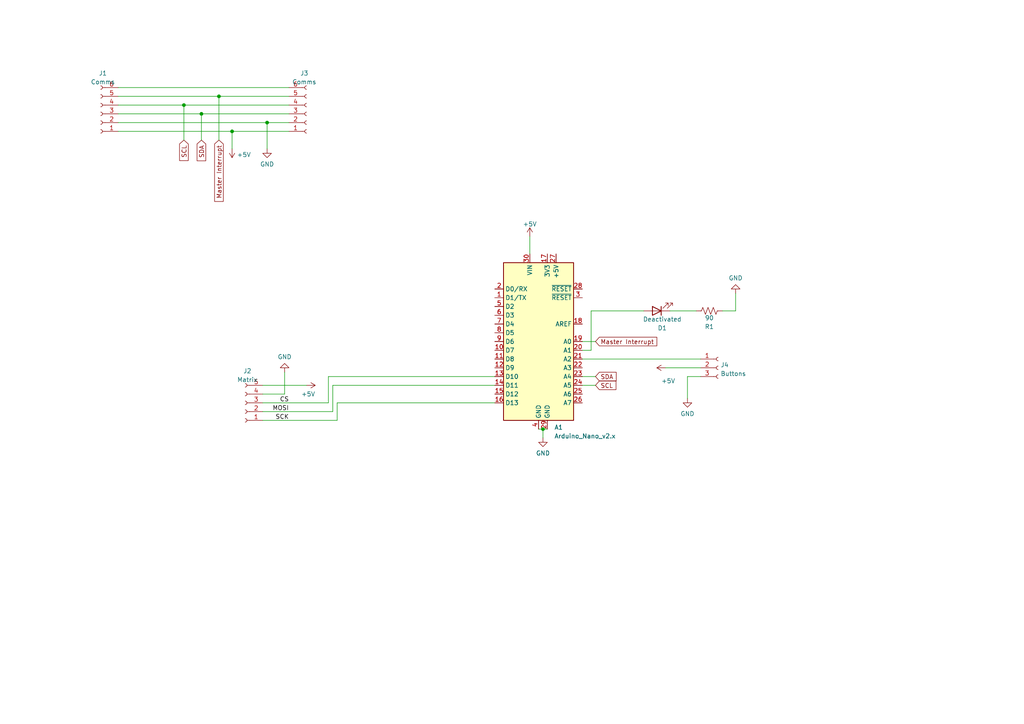
<source format=kicad_sch>
(kicad_sch (version 20211123) (generator eeschema)

  (uuid e63e39d7-6ac0-4ffd-8aa3-1841a4541b55)

  (paper "A4")

  (lib_symbols
    (symbol "Connector:Conn_01x03_Female" (pin_names (offset 1.016) hide) (in_bom yes) (on_board yes)
      (property "Reference" "J" (id 0) (at 0 5.08 0)
        (effects (font (size 1.27 1.27)))
      )
      (property "Value" "Conn_01x03_Female" (id 1) (at 0 -5.08 0)
        (effects (font (size 1.27 1.27)))
      )
      (property "Footprint" "" (id 2) (at 0 0 0)
        (effects (font (size 1.27 1.27)) hide)
      )
      (property "Datasheet" "~" (id 3) (at 0 0 0)
        (effects (font (size 1.27 1.27)) hide)
      )
      (property "ki_keywords" "connector" (id 4) (at 0 0 0)
        (effects (font (size 1.27 1.27)) hide)
      )
      (property "ki_description" "Generic connector, single row, 01x03, script generated (kicad-library-utils/schlib/autogen/connector/)" (id 5) (at 0 0 0)
        (effects (font (size 1.27 1.27)) hide)
      )
      (property "ki_fp_filters" "Connector*:*_1x??_*" (id 6) (at 0 0 0)
        (effects (font (size 1.27 1.27)) hide)
      )
      (symbol "Conn_01x03_Female_1_1"
        (arc (start 0 -2.032) (mid -0.508 -2.54) (end 0 -3.048)
          (stroke (width 0.1524) (type default) (color 0 0 0 0))
          (fill (type none))
        )
        (polyline
          (pts
            (xy -1.27 -2.54)
            (xy -0.508 -2.54)
          )
          (stroke (width 0.1524) (type default) (color 0 0 0 0))
          (fill (type none))
        )
        (polyline
          (pts
            (xy -1.27 0)
            (xy -0.508 0)
          )
          (stroke (width 0.1524) (type default) (color 0 0 0 0))
          (fill (type none))
        )
        (polyline
          (pts
            (xy -1.27 2.54)
            (xy -0.508 2.54)
          )
          (stroke (width 0.1524) (type default) (color 0 0 0 0))
          (fill (type none))
        )
        (arc (start 0 0.508) (mid -0.508 0) (end 0 -0.508)
          (stroke (width 0.1524) (type default) (color 0 0 0 0))
          (fill (type none))
        )
        (arc (start 0 3.048) (mid -0.508 2.54) (end 0 2.032)
          (stroke (width 0.1524) (type default) (color 0 0 0 0))
          (fill (type none))
        )
        (pin passive line (at -5.08 2.54 0) (length 3.81)
          (name "Pin_1" (effects (font (size 1.27 1.27))))
          (number "1" (effects (font (size 1.27 1.27))))
        )
        (pin passive line (at -5.08 0 0) (length 3.81)
          (name "Pin_2" (effects (font (size 1.27 1.27))))
          (number "2" (effects (font (size 1.27 1.27))))
        )
        (pin passive line (at -5.08 -2.54 0) (length 3.81)
          (name "Pin_3" (effects (font (size 1.27 1.27))))
          (number "3" (effects (font (size 1.27 1.27))))
        )
      )
    )
    (symbol "Connector:Conn_01x05_Female" (pin_names (offset 1.016) hide) (in_bom yes) (on_board yes)
      (property "Reference" "J" (id 0) (at 0 7.62 0)
        (effects (font (size 1.27 1.27)))
      )
      (property "Value" "Conn_01x05_Female" (id 1) (at 0 -7.62 0)
        (effects (font (size 1.27 1.27)))
      )
      (property "Footprint" "" (id 2) (at 0 0 0)
        (effects (font (size 1.27 1.27)) hide)
      )
      (property "Datasheet" "~" (id 3) (at 0 0 0)
        (effects (font (size 1.27 1.27)) hide)
      )
      (property "ki_keywords" "connector" (id 4) (at 0 0 0)
        (effects (font (size 1.27 1.27)) hide)
      )
      (property "ki_description" "Generic connector, single row, 01x05, script generated (kicad-library-utils/schlib/autogen/connector/)" (id 5) (at 0 0 0)
        (effects (font (size 1.27 1.27)) hide)
      )
      (property "ki_fp_filters" "Connector*:*_1x??_*" (id 6) (at 0 0 0)
        (effects (font (size 1.27 1.27)) hide)
      )
      (symbol "Conn_01x05_Female_1_1"
        (arc (start 0 -4.572) (mid -0.508 -5.08) (end 0 -5.588)
          (stroke (width 0.1524) (type default) (color 0 0 0 0))
          (fill (type none))
        )
        (arc (start 0 -2.032) (mid -0.508 -2.54) (end 0 -3.048)
          (stroke (width 0.1524) (type default) (color 0 0 0 0))
          (fill (type none))
        )
        (polyline
          (pts
            (xy -1.27 -5.08)
            (xy -0.508 -5.08)
          )
          (stroke (width 0.1524) (type default) (color 0 0 0 0))
          (fill (type none))
        )
        (polyline
          (pts
            (xy -1.27 -2.54)
            (xy -0.508 -2.54)
          )
          (stroke (width 0.1524) (type default) (color 0 0 0 0))
          (fill (type none))
        )
        (polyline
          (pts
            (xy -1.27 0)
            (xy -0.508 0)
          )
          (stroke (width 0.1524) (type default) (color 0 0 0 0))
          (fill (type none))
        )
        (polyline
          (pts
            (xy -1.27 2.54)
            (xy -0.508 2.54)
          )
          (stroke (width 0.1524) (type default) (color 0 0 0 0))
          (fill (type none))
        )
        (polyline
          (pts
            (xy -1.27 5.08)
            (xy -0.508 5.08)
          )
          (stroke (width 0.1524) (type default) (color 0 0 0 0))
          (fill (type none))
        )
        (arc (start 0 0.508) (mid -0.508 0) (end 0 -0.508)
          (stroke (width 0.1524) (type default) (color 0 0 0 0))
          (fill (type none))
        )
        (arc (start 0 3.048) (mid -0.508 2.54) (end 0 2.032)
          (stroke (width 0.1524) (type default) (color 0 0 0 0))
          (fill (type none))
        )
        (arc (start 0 5.588) (mid -0.508 5.08) (end 0 4.572)
          (stroke (width 0.1524) (type default) (color 0 0 0 0))
          (fill (type none))
        )
        (pin passive line (at -5.08 5.08 0) (length 3.81)
          (name "Pin_1" (effects (font (size 1.27 1.27))))
          (number "1" (effects (font (size 1.27 1.27))))
        )
        (pin passive line (at -5.08 2.54 0) (length 3.81)
          (name "Pin_2" (effects (font (size 1.27 1.27))))
          (number "2" (effects (font (size 1.27 1.27))))
        )
        (pin passive line (at -5.08 0 0) (length 3.81)
          (name "Pin_3" (effects (font (size 1.27 1.27))))
          (number "3" (effects (font (size 1.27 1.27))))
        )
        (pin passive line (at -5.08 -2.54 0) (length 3.81)
          (name "Pin_4" (effects (font (size 1.27 1.27))))
          (number "4" (effects (font (size 1.27 1.27))))
        )
        (pin passive line (at -5.08 -5.08 0) (length 3.81)
          (name "Pin_5" (effects (font (size 1.27 1.27))))
          (number "5" (effects (font (size 1.27 1.27))))
        )
      )
    )
    (symbol "Connector:Conn_01x06_Female" (pin_names (offset 1.016) hide) (in_bom yes) (on_board yes)
      (property "Reference" "J" (id 0) (at 0 7.62 0)
        (effects (font (size 1.27 1.27)))
      )
      (property "Value" "Conn_01x06_Female" (id 1) (at 0 -10.16 0)
        (effects (font (size 1.27 1.27)))
      )
      (property "Footprint" "" (id 2) (at 0 0 0)
        (effects (font (size 1.27 1.27)) hide)
      )
      (property "Datasheet" "~" (id 3) (at 0 0 0)
        (effects (font (size 1.27 1.27)) hide)
      )
      (property "ki_keywords" "connector" (id 4) (at 0 0 0)
        (effects (font (size 1.27 1.27)) hide)
      )
      (property "ki_description" "Generic connector, single row, 01x06, script generated (kicad-library-utils/schlib/autogen/connector/)" (id 5) (at 0 0 0)
        (effects (font (size 1.27 1.27)) hide)
      )
      (property "ki_fp_filters" "Connector*:*_1x??_*" (id 6) (at 0 0 0)
        (effects (font (size 1.27 1.27)) hide)
      )
      (symbol "Conn_01x06_Female_1_1"
        (arc (start 0 -7.112) (mid -0.508 -7.62) (end 0 -8.128)
          (stroke (width 0.1524) (type default) (color 0 0 0 0))
          (fill (type none))
        )
        (arc (start 0 -4.572) (mid -0.508 -5.08) (end 0 -5.588)
          (stroke (width 0.1524) (type default) (color 0 0 0 0))
          (fill (type none))
        )
        (arc (start 0 -2.032) (mid -0.508 -2.54) (end 0 -3.048)
          (stroke (width 0.1524) (type default) (color 0 0 0 0))
          (fill (type none))
        )
        (polyline
          (pts
            (xy -1.27 -7.62)
            (xy -0.508 -7.62)
          )
          (stroke (width 0.1524) (type default) (color 0 0 0 0))
          (fill (type none))
        )
        (polyline
          (pts
            (xy -1.27 -5.08)
            (xy -0.508 -5.08)
          )
          (stroke (width 0.1524) (type default) (color 0 0 0 0))
          (fill (type none))
        )
        (polyline
          (pts
            (xy -1.27 -2.54)
            (xy -0.508 -2.54)
          )
          (stroke (width 0.1524) (type default) (color 0 0 0 0))
          (fill (type none))
        )
        (polyline
          (pts
            (xy -1.27 0)
            (xy -0.508 0)
          )
          (stroke (width 0.1524) (type default) (color 0 0 0 0))
          (fill (type none))
        )
        (polyline
          (pts
            (xy -1.27 2.54)
            (xy -0.508 2.54)
          )
          (stroke (width 0.1524) (type default) (color 0 0 0 0))
          (fill (type none))
        )
        (polyline
          (pts
            (xy -1.27 5.08)
            (xy -0.508 5.08)
          )
          (stroke (width 0.1524) (type default) (color 0 0 0 0))
          (fill (type none))
        )
        (arc (start 0 0.508) (mid -0.508 0) (end 0 -0.508)
          (stroke (width 0.1524) (type default) (color 0 0 0 0))
          (fill (type none))
        )
        (arc (start 0 3.048) (mid -0.508 2.54) (end 0 2.032)
          (stroke (width 0.1524) (type default) (color 0 0 0 0))
          (fill (type none))
        )
        (arc (start 0 5.588) (mid -0.508 5.08) (end 0 4.572)
          (stroke (width 0.1524) (type default) (color 0 0 0 0))
          (fill (type none))
        )
        (pin passive line (at -5.08 5.08 0) (length 3.81)
          (name "Pin_1" (effects (font (size 1.27 1.27))))
          (number "1" (effects (font (size 1.27 1.27))))
        )
        (pin passive line (at -5.08 2.54 0) (length 3.81)
          (name "Pin_2" (effects (font (size 1.27 1.27))))
          (number "2" (effects (font (size 1.27 1.27))))
        )
        (pin passive line (at -5.08 0 0) (length 3.81)
          (name "Pin_3" (effects (font (size 1.27 1.27))))
          (number "3" (effects (font (size 1.27 1.27))))
        )
        (pin passive line (at -5.08 -2.54 0) (length 3.81)
          (name "Pin_4" (effects (font (size 1.27 1.27))))
          (number "4" (effects (font (size 1.27 1.27))))
        )
        (pin passive line (at -5.08 -5.08 0) (length 3.81)
          (name "Pin_5" (effects (font (size 1.27 1.27))))
          (number "5" (effects (font (size 1.27 1.27))))
        )
        (pin passive line (at -5.08 -7.62 0) (length 3.81)
          (name "Pin_6" (effects (font (size 1.27 1.27))))
          (number "6" (effects (font (size 1.27 1.27))))
        )
      )
    )
    (symbol "Device:LED" (pin_numbers hide) (pin_names (offset 1.016) hide) (in_bom yes) (on_board yes)
      (property "Reference" "D" (id 0) (at 0 2.54 0)
        (effects (font (size 1.27 1.27)))
      )
      (property "Value" "LED" (id 1) (at 0 -2.54 0)
        (effects (font (size 1.27 1.27)))
      )
      (property "Footprint" "" (id 2) (at 0 0 0)
        (effects (font (size 1.27 1.27)) hide)
      )
      (property "Datasheet" "~" (id 3) (at 0 0 0)
        (effects (font (size 1.27 1.27)) hide)
      )
      (property "ki_keywords" "LED diode" (id 4) (at 0 0 0)
        (effects (font (size 1.27 1.27)) hide)
      )
      (property "ki_description" "Light emitting diode" (id 5) (at 0 0 0)
        (effects (font (size 1.27 1.27)) hide)
      )
      (property "ki_fp_filters" "LED* LED_SMD:* LED_THT:*" (id 6) (at 0 0 0)
        (effects (font (size 1.27 1.27)) hide)
      )
      (symbol "LED_0_1"
        (polyline
          (pts
            (xy -1.27 -1.27)
            (xy -1.27 1.27)
          )
          (stroke (width 0.254) (type default) (color 0 0 0 0))
          (fill (type none))
        )
        (polyline
          (pts
            (xy -1.27 0)
            (xy 1.27 0)
          )
          (stroke (width 0) (type default) (color 0 0 0 0))
          (fill (type none))
        )
        (polyline
          (pts
            (xy 1.27 -1.27)
            (xy 1.27 1.27)
            (xy -1.27 0)
            (xy 1.27 -1.27)
          )
          (stroke (width 0.254) (type default) (color 0 0 0 0))
          (fill (type none))
        )
        (polyline
          (pts
            (xy -3.048 -0.762)
            (xy -4.572 -2.286)
            (xy -3.81 -2.286)
            (xy -4.572 -2.286)
            (xy -4.572 -1.524)
          )
          (stroke (width 0) (type default) (color 0 0 0 0))
          (fill (type none))
        )
        (polyline
          (pts
            (xy -1.778 -0.762)
            (xy -3.302 -2.286)
            (xy -2.54 -2.286)
            (xy -3.302 -2.286)
            (xy -3.302 -1.524)
          )
          (stroke (width 0) (type default) (color 0 0 0 0))
          (fill (type none))
        )
      )
      (symbol "LED_1_1"
        (pin passive line (at -3.81 0 0) (length 2.54)
          (name "K" (effects (font (size 1.27 1.27))))
          (number "1" (effects (font (size 1.27 1.27))))
        )
        (pin passive line (at 3.81 0 180) (length 2.54)
          (name "A" (effects (font (size 1.27 1.27))))
          (number "2" (effects (font (size 1.27 1.27))))
        )
      )
    )
    (symbol "Device:R_US" (pin_numbers hide) (pin_names (offset 0)) (in_bom yes) (on_board yes)
      (property "Reference" "R" (id 0) (at 2.54 0 90)
        (effects (font (size 1.27 1.27)))
      )
      (property "Value" "R_US" (id 1) (at -2.54 0 90)
        (effects (font (size 1.27 1.27)))
      )
      (property "Footprint" "" (id 2) (at 1.016 -0.254 90)
        (effects (font (size 1.27 1.27)) hide)
      )
      (property "Datasheet" "~" (id 3) (at 0 0 0)
        (effects (font (size 1.27 1.27)) hide)
      )
      (property "ki_keywords" "R res resistor" (id 4) (at 0 0 0)
        (effects (font (size 1.27 1.27)) hide)
      )
      (property "ki_description" "Resistor, US symbol" (id 5) (at 0 0 0)
        (effects (font (size 1.27 1.27)) hide)
      )
      (property "ki_fp_filters" "R_*" (id 6) (at 0 0 0)
        (effects (font (size 1.27 1.27)) hide)
      )
      (symbol "R_US_0_1"
        (polyline
          (pts
            (xy 0 -2.286)
            (xy 0 -2.54)
          )
          (stroke (width 0) (type default) (color 0 0 0 0))
          (fill (type none))
        )
        (polyline
          (pts
            (xy 0 2.286)
            (xy 0 2.54)
          )
          (stroke (width 0) (type default) (color 0 0 0 0))
          (fill (type none))
        )
        (polyline
          (pts
            (xy 0 -0.762)
            (xy 1.016 -1.143)
            (xy 0 -1.524)
            (xy -1.016 -1.905)
            (xy 0 -2.286)
          )
          (stroke (width 0) (type default) (color 0 0 0 0))
          (fill (type none))
        )
        (polyline
          (pts
            (xy 0 0.762)
            (xy 1.016 0.381)
            (xy 0 0)
            (xy -1.016 -0.381)
            (xy 0 -0.762)
          )
          (stroke (width 0) (type default) (color 0 0 0 0))
          (fill (type none))
        )
        (polyline
          (pts
            (xy 0 2.286)
            (xy 1.016 1.905)
            (xy 0 1.524)
            (xy -1.016 1.143)
            (xy 0 0.762)
          )
          (stroke (width 0) (type default) (color 0 0 0 0))
          (fill (type none))
        )
      )
      (symbol "R_US_1_1"
        (pin passive line (at 0 3.81 270) (length 1.27)
          (name "~" (effects (font (size 1.27 1.27))))
          (number "1" (effects (font (size 1.27 1.27))))
        )
        (pin passive line (at 0 -3.81 90) (length 1.27)
          (name "~" (effects (font (size 1.27 1.27))))
          (number "2" (effects (font (size 1.27 1.27))))
        )
      )
    )
    (symbol "MCU_Module:Arduino_Nano_v2.x" (in_bom yes) (on_board yes)
      (property "Reference" "A" (id 0) (at -10.16 23.495 0)
        (effects (font (size 1.27 1.27)) (justify left bottom))
      )
      (property "Value" "Arduino_Nano_v2.x" (id 1) (at 5.08 -24.13 0)
        (effects (font (size 1.27 1.27)) (justify left top))
      )
      (property "Footprint" "Module:Arduino_Nano" (id 2) (at 0 0 0)
        (effects (font (size 1.27 1.27) italic) hide)
      )
      (property "Datasheet" "https://www.arduino.cc/en/uploads/Main/ArduinoNanoManual23.pdf" (id 3) (at 0 0 0)
        (effects (font (size 1.27 1.27)) hide)
      )
      (property "ki_keywords" "Arduino nano microcontroller module USB" (id 4) (at 0 0 0)
        (effects (font (size 1.27 1.27)) hide)
      )
      (property "ki_description" "Arduino Nano v2.x" (id 5) (at 0 0 0)
        (effects (font (size 1.27 1.27)) hide)
      )
      (property "ki_fp_filters" "Arduino*Nano*" (id 6) (at 0 0 0)
        (effects (font (size 1.27 1.27)) hide)
      )
      (symbol "Arduino_Nano_v2.x_0_1"
        (rectangle (start -10.16 22.86) (end 10.16 -22.86)
          (stroke (width 0.254) (type default) (color 0 0 0 0))
          (fill (type background))
        )
      )
      (symbol "Arduino_Nano_v2.x_1_1"
        (pin bidirectional line (at -12.7 12.7 0) (length 2.54)
          (name "D1/TX" (effects (font (size 1.27 1.27))))
          (number "1" (effects (font (size 1.27 1.27))))
        )
        (pin bidirectional line (at -12.7 -2.54 0) (length 2.54)
          (name "D7" (effects (font (size 1.27 1.27))))
          (number "10" (effects (font (size 1.27 1.27))))
        )
        (pin bidirectional line (at -12.7 -5.08 0) (length 2.54)
          (name "D8" (effects (font (size 1.27 1.27))))
          (number "11" (effects (font (size 1.27 1.27))))
        )
        (pin bidirectional line (at -12.7 -7.62 0) (length 2.54)
          (name "D9" (effects (font (size 1.27 1.27))))
          (number "12" (effects (font (size 1.27 1.27))))
        )
        (pin bidirectional line (at -12.7 -10.16 0) (length 2.54)
          (name "D10" (effects (font (size 1.27 1.27))))
          (number "13" (effects (font (size 1.27 1.27))))
        )
        (pin bidirectional line (at -12.7 -12.7 0) (length 2.54)
          (name "D11" (effects (font (size 1.27 1.27))))
          (number "14" (effects (font (size 1.27 1.27))))
        )
        (pin bidirectional line (at -12.7 -15.24 0) (length 2.54)
          (name "D12" (effects (font (size 1.27 1.27))))
          (number "15" (effects (font (size 1.27 1.27))))
        )
        (pin bidirectional line (at -12.7 -17.78 0) (length 2.54)
          (name "D13" (effects (font (size 1.27 1.27))))
          (number "16" (effects (font (size 1.27 1.27))))
        )
        (pin power_out line (at 2.54 25.4 270) (length 2.54)
          (name "3V3" (effects (font (size 1.27 1.27))))
          (number "17" (effects (font (size 1.27 1.27))))
        )
        (pin input line (at 12.7 5.08 180) (length 2.54)
          (name "AREF" (effects (font (size 1.27 1.27))))
          (number "18" (effects (font (size 1.27 1.27))))
        )
        (pin bidirectional line (at 12.7 0 180) (length 2.54)
          (name "A0" (effects (font (size 1.27 1.27))))
          (number "19" (effects (font (size 1.27 1.27))))
        )
        (pin bidirectional line (at -12.7 15.24 0) (length 2.54)
          (name "D0/RX" (effects (font (size 1.27 1.27))))
          (number "2" (effects (font (size 1.27 1.27))))
        )
        (pin bidirectional line (at 12.7 -2.54 180) (length 2.54)
          (name "A1" (effects (font (size 1.27 1.27))))
          (number "20" (effects (font (size 1.27 1.27))))
        )
        (pin bidirectional line (at 12.7 -5.08 180) (length 2.54)
          (name "A2" (effects (font (size 1.27 1.27))))
          (number "21" (effects (font (size 1.27 1.27))))
        )
        (pin bidirectional line (at 12.7 -7.62 180) (length 2.54)
          (name "A3" (effects (font (size 1.27 1.27))))
          (number "22" (effects (font (size 1.27 1.27))))
        )
        (pin bidirectional line (at 12.7 -10.16 180) (length 2.54)
          (name "A4" (effects (font (size 1.27 1.27))))
          (number "23" (effects (font (size 1.27 1.27))))
        )
        (pin bidirectional line (at 12.7 -12.7 180) (length 2.54)
          (name "A5" (effects (font (size 1.27 1.27))))
          (number "24" (effects (font (size 1.27 1.27))))
        )
        (pin bidirectional line (at 12.7 -15.24 180) (length 2.54)
          (name "A6" (effects (font (size 1.27 1.27))))
          (number "25" (effects (font (size 1.27 1.27))))
        )
        (pin bidirectional line (at 12.7 -17.78 180) (length 2.54)
          (name "A7" (effects (font (size 1.27 1.27))))
          (number "26" (effects (font (size 1.27 1.27))))
        )
        (pin power_out line (at 5.08 25.4 270) (length 2.54)
          (name "+5V" (effects (font (size 1.27 1.27))))
          (number "27" (effects (font (size 1.27 1.27))))
        )
        (pin input line (at 12.7 15.24 180) (length 2.54)
          (name "~{RESET}" (effects (font (size 1.27 1.27))))
          (number "28" (effects (font (size 1.27 1.27))))
        )
        (pin power_in line (at 2.54 -25.4 90) (length 2.54)
          (name "GND" (effects (font (size 1.27 1.27))))
          (number "29" (effects (font (size 1.27 1.27))))
        )
        (pin input line (at 12.7 12.7 180) (length 2.54)
          (name "~{RESET}" (effects (font (size 1.27 1.27))))
          (number "3" (effects (font (size 1.27 1.27))))
        )
        (pin power_in line (at -2.54 25.4 270) (length 2.54)
          (name "VIN" (effects (font (size 1.27 1.27))))
          (number "30" (effects (font (size 1.27 1.27))))
        )
        (pin power_in line (at 0 -25.4 90) (length 2.54)
          (name "GND" (effects (font (size 1.27 1.27))))
          (number "4" (effects (font (size 1.27 1.27))))
        )
        (pin bidirectional line (at -12.7 10.16 0) (length 2.54)
          (name "D2" (effects (font (size 1.27 1.27))))
          (number "5" (effects (font (size 1.27 1.27))))
        )
        (pin bidirectional line (at -12.7 7.62 0) (length 2.54)
          (name "D3" (effects (font (size 1.27 1.27))))
          (number "6" (effects (font (size 1.27 1.27))))
        )
        (pin bidirectional line (at -12.7 5.08 0) (length 2.54)
          (name "D4" (effects (font (size 1.27 1.27))))
          (number "7" (effects (font (size 1.27 1.27))))
        )
        (pin bidirectional line (at -12.7 2.54 0) (length 2.54)
          (name "D5" (effects (font (size 1.27 1.27))))
          (number "8" (effects (font (size 1.27 1.27))))
        )
        (pin bidirectional line (at -12.7 0 0) (length 2.54)
          (name "D6" (effects (font (size 1.27 1.27))))
          (number "9" (effects (font (size 1.27 1.27))))
        )
      )
    )
    (symbol "power:+5V" (power) (pin_names (offset 0)) (in_bom yes) (on_board yes)
      (property "Reference" "#PWR" (id 0) (at 0 -3.81 0)
        (effects (font (size 1.27 1.27)) hide)
      )
      (property "Value" "+5V" (id 1) (at 0 3.556 0)
        (effects (font (size 1.27 1.27)))
      )
      (property "Footprint" "" (id 2) (at 0 0 0)
        (effects (font (size 1.27 1.27)) hide)
      )
      (property "Datasheet" "" (id 3) (at 0 0 0)
        (effects (font (size 1.27 1.27)) hide)
      )
      (property "ki_keywords" "power-flag" (id 4) (at 0 0 0)
        (effects (font (size 1.27 1.27)) hide)
      )
      (property "ki_description" "Power symbol creates a global label with name \"+5V\"" (id 5) (at 0 0 0)
        (effects (font (size 1.27 1.27)) hide)
      )
      (symbol "+5V_0_1"
        (polyline
          (pts
            (xy -0.762 1.27)
            (xy 0 2.54)
          )
          (stroke (width 0) (type default) (color 0 0 0 0))
          (fill (type none))
        )
        (polyline
          (pts
            (xy 0 0)
            (xy 0 2.54)
          )
          (stroke (width 0) (type default) (color 0 0 0 0))
          (fill (type none))
        )
        (polyline
          (pts
            (xy 0 2.54)
            (xy 0.762 1.27)
          )
          (stroke (width 0) (type default) (color 0 0 0 0))
          (fill (type none))
        )
      )
      (symbol "+5V_1_1"
        (pin power_in line (at 0 0 90) (length 0) hide
          (name "+5V" (effects (font (size 1.27 1.27))))
          (number "1" (effects (font (size 1.27 1.27))))
        )
      )
    )
    (symbol "power:GND" (power) (pin_names (offset 0)) (in_bom yes) (on_board yes)
      (property "Reference" "#PWR" (id 0) (at 0 -6.35 0)
        (effects (font (size 1.27 1.27)) hide)
      )
      (property "Value" "GND" (id 1) (at 0 -3.81 0)
        (effects (font (size 1.27 1.27)))
      )
      (property "Footprint" "" (id 2) (at 0 0 0)
        (effects (font (size 1.27 1.27)) hide)
      )
      (property "Datasheet" "" (id 3) (at 0 0 0)
        (effects (font (size 1.27 1.27)) hide)
      )
      (property "ki_keywords" "power-flag" (id 4) (at 0 0 0)
        (effects (font (size 1.27 1.27)) hide)
      )
      (property "ki_description" "Power symbol creates a global label with name \"GND\" , ground" (id 5) (at 0 0 0)
        (effects (font (size 1.27 1.27)) hide)
      )
      (symbol "GND_0_1"
        (polyline
          (pts
            (xy 0 0)
            (xy 0 -1.27)
            (xy 1.27 -1.27)
            (xy 0 -2.54)
            (xy -1.27 -1.27)
            (xy 0 -1.27)
          )
          (stroke (width 0) (type default) (color 0 0 0 0))
          (fill (type none))
        )
      )
      (symbol "GND_1_1"
        (pin power_in line (at 0 0 270) (length 0) hide
          (name "GND" (effects (font (size 1.27 1.27))))
          (number "1" (effects (font (size 1.27 1.27))))
        )
      )
    )
  )

  (junction (at 63.5 27.94) (diameter 0) (color 0 0 0 0)
    (uuid 0d32fbdb-2a37-4863-af10-fc85c1c6174f)
  )
  (junction (at 77.47 35.56) (diameter 0) (color 0 0 0 0)
    (uuid 42b7a68a-3837-4773-af68-a35059da48c3)
  )
  (junction (at 67.31 38.1) (diameter 0) (color 0 0 0 0)
    (uuid 7f7833f4-976f-4a80-99c4-69f2976ed565)
  )
  (junction (at 58.42 33.02) (diameter 0) (color 0 0 0 0)
    (uuid a072347a-1cac-4ead-8c61-cfe38fd40342)
  )
  (junction (at 157.48 124.46) (diameter 0) (color 0 0 0 0)
    (uuid bcd0d850-a20d-42e1-b97f-b14f9222717c)
  )
  (junction (at 53.34 30.48) (diameter 0) (color 0 0 0 0)
    (uuid d5128f0b-0a4f-4337-a7f7-9a3dfe4ad4f9)
  )

  (wire (pts (xy 53.34 30.48) (xy 53.34 40.64))
    (stroke (width 0) (type default) (color 0 0 0 0))
    (uuid 00c9c1c9-df78-4bf8-a378-9edee7dafbe3)
  )
  (wire (pts (xy 168.91 104.14) (xy 203.2 104.14))
    (stroke (width 0) (type default) (color 0 0 0 0))
    (uuid 025472fb-8a12-4fc4-aeeb-630a76079ae2)
  )
  (wire (pts (xy 97.79 121.92) (xy 97.79 116.84))
    (stroke (width 0) (type default) (color 0 0 0 0))
    (uuid 092e7d37-8400-4bb1-b982-de410524d5ad)
  )
  (wire (pts (xy 82.55 114.3) (xy 76.2 114.3))
    (stroke (width 0) (type default) (color 0 0 0 0))
    (uuid 10b7afba-2f26-4685-a649-74b6bff7f4cf)
  )
  (wire (pts (xy 34.29 30.48) (xy 53.34 30.48))
    (stroke (width 0) (type default) (color 0 0 0 0))
    (uuid 127b0e8c-8b10-4db4-b691-908ac98caaf1)
  )
  (wire (pts (xy 193.04 106.68) (xy 203.2 106.68))
    (stroke (width 0) (type default) (color 0 0 0 0))
    (uuid 1d414095-000f-4bd8-82be-ef00b2e9905c)
  )
  (wire (pts (xy 77.47 35.56) (xy 77.47 43.18))
    (stroke (width 0) (type default) (color 0 0 0 0))
    (uuid 31b8e579-7afa-4dee-9f20-b2fefaae3c16)
  )
  (wire (pts (xy 153.67 68.58) (xy 153.67 73.66))
    (stroke (width 0) (type default) (color 0 0 0 0))
    (uuid 39125f99-6caa-4e69-9ae5-ca3bd6e3a49c)
  )
  (wire (pts (xy 82.55 114.3) (xy 82.55 107.95))
    (stroke (width 0) (type default) (color 0 0 0 0))
    (uuid 3bf9d9e3-3041-4ea1-ad6f-34bc1dc2c61a)
  )
  (wire (pts (xy 34.29 27.94) (xy 63.5 27.94))
    (stroke (width 0) (type default) (color 0 0 0 0))
    (uuid 41fc1c23-edd4-45a5-8036-7f62b013770f)
  )
  (wire (pts (xy 203.2 109.22) (xy 199.39 109.22))
    (stroke (width 0) (type default) (color 0 0 0 0))
    (uuid 43370bbf-9d2d-4f45-bee7-97b09cb9ff06)
  )
  (wire (pts (xy 76.2 121.92) (xy 97.79 121.92))
    (stroke (width 0) (type default) (color 0 0 0 0))
    (uuid 481216d5-b80b-4cc5-9ced-a9b7689cce71)
  )
  (wire (pts (xy 58.42 33.02) (xy 58.42 40.64))
    (stroke (width 0) (type default) (color 0 0 0 0))
    (uuid 539dec9e-2c45-4201-ab13-cbbbab8fc31b)
  )
  (wire (pts (xy 172.72 111.76) (xy 168.91 111.76))
    (stroke (width 0) (type default) (color 0 0 0 0))
    (uuid 5aa1c642-a9f0-4211-8572-3a7e8453422e)
  )
  (wire (pts (xy 96.52 119.38) (xy 76.2 119.38))
    (stroke (width 0) (type default) (color 0 0 0 0))
    (uuid 619cdd21-5bfa-43f7-a620-3f39ca77c47d)
  )
  (wire (pts (xy 213.36 90.17) (xy 209.55 90.17))
    (stroke (width 0) (type default) (color 0 0 0 0))
    (uuid 6476e233-d260-45fe-84d2-9ade7d0003a0)
  )
  (wire (pts (xy 88.9 111.76) (xy 76.2 111.76))
    (stroke (width 0) (type default) (color 0 0 0 0))
    (uuid 6862ba36-36ee-4189-a5cf-413acd253e1e)
  )
  (wire (pts (xy 156.21 124.46) (xy 157.48 124.46))
    (stroke (width 0) (type default) (color 0 0 0 0))
    (uuid 69675058-6b96-42da-8df5-92aaf6930be8)
  )
  (wire (pts (xy 34.29 33.02) (xy 58.42 33.02))
    (stroke (width 0) (type default) (color 0 0 0 0))
    (uuid 7308e13a-4809-4e8e-af65-9905819aa376)
  )
  (wire (pts (xy 63.5 27.94) (xy 63.5 40.64))
    (stroke (width 0) (type default) (color 0 0 0 0))
    (uuid 75d5a810-84fd-42c4-a0b7-6b82d09662a2)
  )
  (wire (pts (xy 143.51 111.76) (xy 96.52 111.76))
    (stroke (width 0) (type default) (color 0 0 0 0))
    (uuid 7a6fee09-5f6f-4d56-b92d-a6a24185e118)
  )
  (wire (pts (xy 143.51 109.22) (xy 95.25 109.22))
    (stroke (width 0) (type default) (color 0 0 0 0))
    (uuid 7ce6fb43-b313-4cd6-8ca1-7bf0a6218a5f)
  )
  (wire (pts (xy 95.25 109.22) (xy 95.25 116.84))
    (stroke (width 0) (type default) (color 0 0 0 0))
    (uuid 806a040a-651b-439f-9240-0e13101ec59b)
  )
  (wire (pts (xy 168.91 109.22) (xy 172.72 109.22))
    (stroke (width 0) (type default) (color 0 0 0 0))
    (uuid 88e4f832-79d6-4c54-9ce3-4328dcb9d5b5)
  )
  (wire (pts (xy 201.93 90.17) (xy 194.31 90.17))
    (stroke (width 0) (type default) (color 0 0 0 0))
    (uuid 899a4caf-0563-4c2a-9bca-5aa28747ef75)
  )
  (wire (pts (xy 171.45 90.17) (xy 186.69 90.17))
    (stroke (width 0) (type default) (color 0 0 0 0))
    (uuid 90b3e3a5-04e0-491b-97bf-2e8a21e1833b)
  )
  (wire (pts (xy 34.29 35.56) (xy 77.47 35.56))
    (stroke (width 0) (type default) (color 0 0 0 0))
    (uuid 91c69423-de51-44fe-bc70-fec455b50634)
  )
  (wire (pts (xy 34.29 25.4) (xy 83.82 25.4))
    (stroke (width 0) (type default) (color 0 0 0 0))
    (uuid 9b4851fe-4e2f-4de0-a685-8e53004d88aa)
  )
  (wire (pts (xy 53.34 30.48) (xy 83.82 30.48))
    (stroke (width 0) (type default) (color 0 0 0 0))
    (uuid 9e5b0177-ea58-4f76-8b57-ff1c6e52d9df)
  )
  (wire (pts (xy 157.48 124.46) (xy 158.75 124.46))
    (stroke (width 0) (type default) (color 0 0 0 0))
    (uuid a2306fdc-d8f4-42ce-83f7-03c3d3fe62be)
  )
  (wire (pts (xy 199.39 109.22) (xy 199.39 115.57))
    (stroke (width 0) (type default) (color 0 0 0 0))
    (uuid b50f3603-5a16-4792-9b22-2489ce9a11a9)
  )
  (wire (pts (xy 58.42 33.02) (xy 83.82 33.02))
    (stroke (width 0) (type default) (color 0 0 0 0))
    (uuid b7340f23-0eaa-48ae-aea8-b5b53a0ae99a)
  )
  (wire (pts (xy 157.48 124.46) (xy 157.48 127))
    (stroke (width 0) (type default) (color 0 0 0 0))
    (uuid bfcdffb4-9a75-4453-a5cf-48d0c88fa2a7)
  )
  (wire (pts (xy 96.52 111.76) (xy 96.52 119.38))
    (stroke (width 0) (type default) (color 0 0 0 0))
    (uuid c4103d5d-d800-4fc4-a8aa-ae98d32157d8)
  )
  (wire (pts (xy 171.45 101.6) (xy 171.45 90.17))
    (stroke (width 0) (type default) (color 0 0 0 0))
    (uuid d01003ba-aefb-46d0-a41d-9dcb1cd6a4a5)
  )
  (wire (pts (xy 168.91 99.06) (xy 172.72 99.06))
    (stroke (width 0) (type default) (color 0 0 0 0))
    (uuid d40f18db-c543-4c22-a8b0-72b9c9e5ae8b)
  )
  (wire (pts (xy 143.51 116.84) (xy 97.79 116.84))
    (stroke (width 0) (type default) (color 0 0 0 0))
    (uuid de22b9d9-5bc1-4cd3-825e-62cfb6fe5a54)
  )
  (wire (pts (xy 63.5 27.94) (xy 83.82 27.94))
    (stroke (width 0) (type default) (color 0 0 0 0))
    (uuid dfa2c928-7d9a-4cd3-90db-112716296421)
  )
  (wire (pts (xy 95.25 116.84) (xy 76.2 116.84))
    (stroke (width 0) (type default) (color 0 0 0 0))
    (uuid e27a3211-bfdc-4d61-bce2-6ac9cdb99b60)
  )
  (wire (pts (xy 168.91 101.6) (xy 171.45 101.6))
    (stroke (width 0) (type default) (color 0 0 0 0))
    (uuid e526f7aa-0987-4241-9f99-b99a33a1f2ca)
  )
  (wire (pts (xy 77.47 35.56) (xy 83.82 35.56))
    (stroke (width 0) (type default) (color 0 0 0 0))
    (uuid e8cb6cb3-dd2b-4328-8592-132e369ebb71)
  )
  (wire (pts (xy 34.29 38.1) (xy 67.31 38.1))
    (stroke (width 0) (type default) (color 0 0 0 0))
    (uuid f58742f8-e57e-4646-a6f5-0463e0eceeb8)
  )
  (wire (pts (xy 67.31 38.1) (xy 67.31 43.18))
    (stroke (width 0) (type default) (color 0 0 0 0))
    (uuid f88265e8-a27a-4259-b3ad-7df91a571c60)
  )
  (wire (pts (xy 67.31 38.1) (xy 83.82 38.1))
    (stroke (width 0) (type default) (color 0 0 0 0))
    (uuid f9e60890-c09c-4221-9409-43a2ec4885e8)
  )
  (wire (pts (xy 213.36 85.09) (xy 213.36 90.17))
    (stroke (width 0) (type default) (color 0 0 0 0))
    (uuid fdd41a68-206a-4076-b64a-8b7633d428d6)
  )

  (label "MOSI" (at 83.82 119.38 180)
    (effects (font (size 1.27 1.27)) (justify right bottom))
    (uuid 38dd9331-3993-4c71-b601-6438d2c96aeb)
  )
  (label "CS" (at 83.82 116.84 180)
    (effects (font (size 1.27 1.27)) (justify right bottom))
    (uuid 82d2910f-0748-403d-81f4-85c865a706f8)
  )
  (label "SCK" (at 83.82 121.92 180)
    (effects (font (size 1.27 1.27)) (justify right bottom))
    (uuid e8a4982c-5945-4fe0-891e-bc335a0dfa3f)
  )

  (global_label "SDA" (shape input) (at 172.72 109.22 0) (fields_autoplaced)
    (effects (font (size 1.27 1.27)) (justify left))
    (uuid 55b28997-b330-40d1-b32a-125cd071668d)
    (property "Intersheet References" "${INTERSHEET_REFS}" (id 0) (at 178.7012 109.2994 0)
      (effects (font (size 1.27 1.27)) (justify left) hide)
    )
  )
  (global_label "SCL" (shape input) (at 53.34 40.64 270) (fields_autoplaced)
    (effects (font (size 1.27 1.27)) (justify right))
    (uuid 92419cc9-1070-47aa-876c-2cf8f5a03a47)
    (property "Intersheet References" "${INTERSHEET_REFS}" (id 0) (at 53.2606 46.5607 90)
      (effects (font (size 1.27 1.27)) (justify right) hide)
    )
  )
  (global_label "SCL" (shape input) (at 172.72 111.76 0) (fields_autoplaced)
    (effects (font (size 1.27 1.27)) (justify left))
    (uuid 9cdaf74c-bd9d-4293-9612-c30a4bca9a30)
    (property "Intersheet References" "${INTERSHEET_REFS}" (id 0) (at 178.6407 111.8394 0)
      (effects (font (size 1.27 1.27)) (justify left) hide)
    )
  )
  (global_label "Master Interrupt" (shape input) (at 63.5 40.64 270) (fields_autoplaced)
    (effects (font (size 1.27 1.27)) (justify right))
    (uuid b45faf1e-b7a2-4d73-9833-db84a2fde78b)
    (property "Intersheet References" "${INTERSHEET_REFS}" (id 0) (at 63.4206 58.4141 90)
      (effects (font (size 1.27 1.27)) (justify right) hide)
    )
  )
  (global_label "Master Interrupt" (shape input) (at 172.72 99.06 0) (fields_autoplaced)
    (effects (font (size 1.27 1.27)) (justify left))
    (uuid da37a168-b259-4f98-9030-90f2f5ac962a)
    (property "Intersheet References" "${INTERSHEET_REFS}" (id 0) (at 190.4941 99.1394 0)
      (effects (font (size 1.27 1.27)) (justify left) hide)
    )
  )
  (global_label "SDA" (shape input) (at 58.42 40.64 270) (fields_autoplaced)
    (effects (font (size 1.27 1.27)) (justify right))
    (uuid fa16f237-4e21-4b18-8c54-f7de4e62bbb6)
    (property "Intersheet References" "${INTERSHEET_REFS}" (id 0) (at 58.3406 46.6212 90)
      (effects (font (size 1.27 1.27)) (justify right) hide)
    )
  )

  (symbol (lib_id "power:+5V") (at 193.04 106.68 90) (unit 1)
    (in_bom yes) (on_board yes)
    (uuid 06100b94-97df-4ee5-a627-482ce984d50d)
    (property "Reference" "#PWR0108" (id 0) (at 196.85 106.68 0)
      (effects (font (size 1.27 1.27)) hide)
    )
    (property "Value" "+5V" (id 1) (at 191.77 110.49 90)
      (effects (font (size 1.27 1.27)) (justify right))
    )
    (property "Footprint" "" (id 2) (at 193.04 106.68 0)
      (effects (font (size 1.27 1.27)) hide)
    )
    (property "Datasheet" "" (id 3) (at 193.04 106.68 0)
      (effects (font (size 1.27 1.27)) hide)
    )
    (pin "1" (uuid 95a18f92-c1c4-48fb-be0b-427e95ae1db4))
  )

  (symbol (lib_id "power:+5V") (at 67.31 43.18 180) (unit 1)
    (in_bom yes) (on_board yes) (fields_autoplaced)
    (uuid 0d1c133a-5b0b-4fe0-b915-2f72b13b37e9)
    (property "Reference" "#PWR0102" (id 0) (at 67.31 39.37 0)
      (effects (font (size 1.27 1.27)) hide)
    )
    (property "Value" "+5V" (id 1) (at 68.707 44.8838 0)
      (effects (font (size 1.27 1.27)) (justify right))
    )
    (property "Footprint" "" (id 2) (at 67.31 43.18 0)
      (effects (font (size 1.27 1.27)) hide)
    )
    (property "Datasheet" "" (id 3) (at 67.31 43.18 0)
      (effects (font (size 1.27 1.27)) hide)
    )
    (pin "1" (uuid 99162744-5eac-427e-9957-877587056aee))
  )

  (symbol (lib_id "Connector:Conn_01x06_Female") (at 88.9 33.02 0) (mirror x) (unit 1)
    (in_bom yes) (on_board yes) (fields_autoplaced)
    (uuid 172b515f-13aa-42a2-b6ac-db67c2e524e7)
    (property "Reference" "J3" (id 0) (at 88.265 21.243 0))
    (property "Value" "Comms" (id 1) (at 88.265 23.7799 0))
    (property "Footprint" "Library:JST_6P_1.25" (id 2) (at 88.9 33.02 0)
      (effects (font (size 1.27 1.27)) hide)
    )
    (property "Datasheet" "~" (id 3) (at 88.9 33.02 0)
      (effects (font (size 1.27 1.27)) hide)
    )
    (pin "1" (uuid a5c35670-98af-44c6-a3f4-bbad7ffecfd3))
    (pin "2" (uuid 5bd90e77-727e-49e2-881e-09f4ce3768d4))
    (pin "3" (uuid af7ccd5a-4c05-4a49-a412-ca568e4c81d2))
    (pin "4" (uuid 911557e5-adec-4d13-9794-a18b325eb4ea))
    (pin "5" (uuid d40ed1bf-6a69-492a-acf3-f71f1c7a81f2))
    (pin "6" (uuid 67320774-1745-4c89-bec7-2213f7bb7ecc))
  )

  (symbol (lib_id "Device:LED") (at 190.5 90.17 180) (unit 1)
    (in_bom yes) (on_board yes) (fields_autoplaced)
    (uuid 1c4dfe58-85b1-467f-8e9d-bdb7a0d0ca8e)
    (property "Reference" "D1" (id 0) (at 192.0875 95.1398 0))
    (property "Value" "Deactivated" (id 1) (at 192.0875 92.6029 0))
    (property "Footprint" "Connector_PinHeader_2.54mm:PinHeader_1x02_P2.54mm_Vertical" (id 2) (at 190.5 90.17 0)
      (effects (font (size 1.27 1.27)) hide)
    )
    (property "Datasheet" "~" (id 3) (at 190.5 90.17 0)
      (effects (font (size 1.27 1.27)) hide)
    )
    (pin "1" (uuid 90912a07-8f0d-457a-b78a-1c112c8f2052))
    (pin "2" (uuid 481354ed-51b9-4db2-9835-781681979b4b))
  )

  (symbol (lib_id "Connector:Conn_01x06_Female") (at 29.21 33.02 180) (unit 1)
    (in_bom yes) (on_board yes) (fields_autoplaced)
    (uuid 1ec648ca-df29-4910-86ed-6f48e345dbdb)
    (property "Reference" "J1" (id 0) (at 29.845 21.243 0))
    (property "Value" "Comms" (id 1) (at 29.845 23.7799 0))
    (property "Footprint" "Library:JST_6P_1.25" (id 2) (at 29.21 33.02 0)
      (effects (font (size 1.27 1.27)) hide)
    )
    (property "Datasheet" "~" (id 3) (at 29.21 33.02 0)
      (effects (font (size 1.27 1.27)) hide)
    )
    (pin "1" (uuid d7b67c11-d515-46cf-bcf0-0f0ef2d0158a))
    (pin "2" (uuid 1aaf34a3-282e-4633-82fa-9d6cdf32efbb))
    (pin "3" (uuid 0de7d0e7-c8d5-482b-8e8a-d56acfc6ebd8))
    (pin "4" (uuid d35d7027-ac1b-44b2-9664-3d8a37ee0f4e))
    (pin "5" (uuid 4c38e5ef-0105-4756-a059-34a9c3247d1f))
    (pin "6" (uuid 3b450865-b2ef-4d25-9b34-4d42975b5e24))
  )

  (symbol (lib_id "power:+5V") (at 88.9 111.76 270) (unit 1)
    (in_bom yes) (on_board yes)
    (uuid 25b61c92-3315-4800-8495-82c6c5c4f472)
    (property "Reference" "#PWR0104" (id 0) (at 85.09 111.76 0)
      (effects (font (size 1.27 1.27)) hide)
    )
    (property "Value" "+5V" (id 1) (at 91.44 114.3 90)
      (effects (font (size 1.27 1.27)) (justify right))
    )
    (property "Footprint" "" (id 2) (at 88.9 111.76 0)
      (effects (font (size 1.27 1.27)) hide)
    )
    (property "Datasheet" "" (id 3) (at 88.9 111.76 0)
      (effects (font (size 1.27 1.27)) hide)
    )
    (pin "1" (uuid ae9affef-b25d-4f38-ae2b-90f62540bf33))
  )

  (symbol (lib_id "power:GND") (at 199.39 115.57 0) (unit 1)
    (in_bom yes) (on_board yes) (fields_autoplaced)
    (uuid 5efa5d71-584f-435b-a9b8-84f14eb3126e)
    (property "Reference" "#PWR0109" (id 0) (at 199.39 121.92 0)
      (effects (font (size 1.27 1.27)) hide)
    )
    (property "Value" "GND" (id 1) (at 199.39 120.0134 0))
    (property "Footprint" "" (id 2) (at 199.39 115.57 0)
      (effects (font (size 1.27 1.27)) hide)
    )
    (property "Datasheet" "" (id 3) (at 199.39 115.57 0)
      (effects (font (size 1.27 1.27)) hide)
    )
    (pin "1" (uuid a59991ef-dde8-4260-8443-99f465aa7ed6))
  )

  (symbol (lib_id "power:+5V") (at 153.67 68.58 0) (unit 1)
    (in_bom yes) (on_board yes) (fields_autoplaced)
    (uuid 6f13bfbf-7f19-4b33-9de2-b8c15c8c88ee)
    (property "Reference" "#PWR0107" (id 0) (at 153.67 72.39 0)
      (effects (font (size 1.27 1.27)) hide)
    )
    (property "Value" "+5V" (id 1) (at 153.67 65.0042 0))
    (property "Footprint" "" (id 2) (at 153.67 68.58 0)
      (effects (font (size 1.27 1.27)) hide)
    )
    (property "Datasheet" "" (id 3) (at 153.67 68.58 0)
      (effects (font (size 1.27 1.27)) hide)
    )
    (pin "1" (uuid 9959c68a-7d2a-4f14-b245-3548992673f3))
  )

  (symbol (lib_id "power:GND") (at 77.47 43.18 0) (unit 1)
    (in_bom yes) (on_board yes) (fields_autoplaced)
    (uuid a3722fe0-facc-42fa-a01b-a26433c9d7fe)
    (property "Reference" "#PWR0101" (id 0) (at 77.47 49.53 0)
      (effects (font (size 1.27 1.27)) hide)
    )
    (property "Value" "GND" (id 1) (at 77.47 47.6234 0))
    (property "Footprint" "" (id 2) (at 77.47 43.18 0)
      (effects (font (size 1.27 1.27)) hide)
    )
    (property "Datasheet" "" (id 3) (at 77.47 43.18 0)
      (effects (font (size 1.27 1.27)) hide)
    )
    (pin "1" (uuid f8df4375-570f-4eb0-868e-4f350bd24547))
  )

  (symbol (lib_id "Connector:Conn_01x03_Female") (at 208.28 106.68 0) (unit 1)
    (in_bom yes) (on_board yes) (fields_autoplaced)
    (uuid c48a9415-a4aa-4753-90d9-7aa3e83d340c)
    (property "Reference" "J4" (id 0) (at 208.9912 105.8453 0)
      (effects (font (size 1.27 1.27)) (justify left))
    )
    (property "Value" "Buttons" (id 1) (at 208.9912 108.3822 0)
      (effects (font (size 1.27 1.27)) (justify left))
    )
    (property "Footprint" "Connector_PinHeader_2.54mm:PinHeader_1x03_P2.54mm_Vertical" (id 2) (at 208.28 106.68 0)
      (effects (font (size 1.27 1.27)) hide)
    )
    (property "Datasheet" "~" (id 3) (at 208.28 106.68 0)
      (effects (font (size 1.27 1.27)) hide)
    )
    (pin "1" (uuid 0e966a6b-e6b8-4626-afeb-6df76c468706))
    (pin "2" (uuid 6a9c6cf9-1407-48e6-bfa8-f271899b5f1b))
    (pin "3" (uuid f69805ab-d7cb-423c-8a4c-177a31d20c13))
  )

  (symbol (lib_id "MCU_Module:Arduino_Nano_v2.x") (at 156.21 99.06 0) (unit 1)
    (in_bom yes) (on_board yes) (fields_autoplaced)
    (uuid c96fb61f-984b-4e24-874e-ad2f1e86f9d7)
    (property "Reference" "A1" (id 0) (at 160.7694 123.9504 0)
      (effects (font (size 1.27 1.27)) (justify left))
    )
    (property "Value" "Arduino_Nano_v2.x" (id 1) (at 160.7694 126.4873 0)
      (effects (font (size 1.27 1.27)) (justify left))
    )
    (property "Footprint" "Module:Arduino_Nano" (id 2) (at 156.21 99.06 0)
      (effects (font (size 1.27 1.27) italic) hide)
    )
    (property "Datasheet" "https://www.arduino.cc/en/uploads/Main/ArduinoNanoManual23.pdf" (id 3) (at 156.21 99.06 0)
      (effects (font (size 1.27 1.27)) hide)
    )
    (pin "1" (uuid 8a3381a5-19d1-47f5-85b0-cf20b0f3bb61))
    (pin "10" (uuid a06bd114-6488-4d22-b31a-c3a8f70a2574))
    (pin "11" (uuid 7f9c0307-e84d-4f8a-93be-34fc4b3feb89))
    (pin "12" (uuid db97118a-0872-4a5d-aaa5-b35f9498f22a))
    (pin "13" (uuid cc93ecb4-fd7b-48b7-868d-89f294f07c27))
    (pin "14" (uuid b4eddc61-2cab-493a-b874-62b106cef9f4))
    (pin "15" (uuid 7b58219a-a31d-4ba4-804a-77c6d706d8bc))
    (pin "16" (uuid 58728297-c362-4c70-a751-4d60ffa81b1a))
    (pin "17" (uuid 5125c4d9-cf5c-4fe5-9dc8-c939e40fcd6f))
    (pin "18" (uuid 5f7505cc-53a6-463b-b397-33ff845b1ac0))
    (pin "19" (uuid 60fc0348-15d2-462c-9b87-dbb507b8717b))
    (pin "2" (uuid 9efb25aa-d11e-4d2f-96a9-326a2f75dcc1))
    (pin "20" (uuid d09d8e7f-f203-4b36-92ba-f9f29b6e7d13))
    (pin "21" (uuid c1b603f4-7037-47e9-a9dc-a0bb6f7e58b1))
    (pin "22" (uuid 91637a62-ec43-463a-9edc-420af478d9cb))
    (pin "23" (uuid a1223b95-aa11-427a-b201-9190a86a68be))
    (pin "24" (uuid 7a3fed5a-9b6f-45f0-9ad7-54e1bda0ea60))
    (pin "25" (uuid e234e19f-cd33-4584-947b-bf9feaf6cddd))
    (pin "26" (uuid 80b5b54b-a1cc-434c-8739-1e133d53601d))
    (pin "27" (uuid e250304b-2864-4f44-b1e8-173cc34a2ac6))
    (pin "28" (uuid 08bb8c58-1868-4a96-8aaa-36d9e141ec38))
    (pin "29" (uuid dea30d29-44e9-47fc-bccc-6928d5c29cea))
    (pin "3" (uuid 767e3782-90bf-4d7f-b1ef-719aa7013187))
    (pin "30" (uuid c34f5129-9516-486b-b322-ada2d7baa6ba))
    (pin "4" (uuid 407d0cd8-54f8-47a8-90cb-42c8a441d04f))
    (pin "5" (uuid dc9eba43-a0ae-45fc-b91c-9050201557b9))
    (pin "6" (uuid b6e7e52e-fa7c-4663-b29b-8d72461a55fb))
    (pin "7" (uuid af35a153-e4cc-4cb5-9b0a-a247aa9a27b2))
    (pin "8" (uuid 581488ee-fe1f-43d1-a23d-526666571191))
    (pin "9" (uuid 58e02161-61cc-4d0f-bdc8-c497a25ae380))
  )

  (symbol (lib_id "power:GND") (at 213.36 85.09 180) (unit 1)
    (in_bom yes) (on_board yes) (fields_autoplaced)
    (uuid cd8c6c53-febf-40c1-af77-5373add0fde7)
    (property "Reference" "#PWR0105" (id 0) (at 213.36 78.74 0)
      (effects (font (size 1.27 1.27)) hide)
    )
    (property "Value" "GND" (id 1) (at 213.36 80.6466 0))
    (property "Footprint" "" (id 2) (at 213.36 85.09 0)
      (effects (font (size 1.27 1.27)) hide)
    )
    (property "Datasheet" "" (id 3) (at 213.36 85.09 0)
      (effects (font (size 1.27 1.27)) hide)
    )
    (pin "1" (uuid 2792ed93-89db-4e51-99ff-281323e776eb))
  )

  (symbol (lib_id "Device:R_US") (at 205.74 90.17 270) (unit 1)
    (in_bom yes) (on_board yes) (fields_autoplaced)
    (uuid e0660a46-ff2a-4b28-b311-cf71bc999b82)
    (property "Reference" "R1" (id 0) (at 205.74 94.7588 90))
    (property "Value" "90" (id 1) (at 205.74 92.2219 90))
    (property "Footprint" "Resistor_THT:R_Axial_DIN0309_L9.0mm_D3.2mm_P12.70mm_Horizontal" (id 2) (at 205.486 91.186 90)
      (effects (font (size 1.27 1.27)) hide)
    )
    (property "Datasheet" "~" (id 3) (at 205.74 90.17 0)
      (effects (font (size 1.27 1.27)) hide)
    )
    (pin "1" (uuid 78d3a4a0-e724-44e1-963f-de88a39d4158))
    (pin "2" (uuid 4a56ac62-5ec2-46fc-a86c-9adf2d8fead1))
  )

  (symbol (lib_id "Connector:Conn_01x05_Female") (at 71.12 116.84 180) (unit 1)
    (in_bom yes) (on_board yes) (fields_autoplaced)
    (uuid f2518bdf-dfcb-414a-be5f-be02942363ae)
    (property "Reference" "J2" (id 0) (at 71.755 107.603 0))
    (property "Value" "Matrix" (id 1) (at 71.755 110.1399 0))
    (property "Footprint" "Connector_PinHeader_2.54mm:PinHeader_1x05_P2.54mm_Vertical" (id 2) (at 71.12 116.84 0)
      (effects (font (size 1.27 1.27)) hide)
    )
    (property "Datasheet" "~" (id 3) (at 71.12 116.84 0)
      (effects (font (size 1.27 1.27)) hide)
    )
    (pin "1" (uuid 71fb0dd0-7f7d-4578-8182-fe7618936e64))
    (pin "2" (uuid 1f237565-0c19-4f15-a7f3-5a6af74fe928))
    (pin "3" (uuid bc53214e-c35a-4232-aa65-7d7a85a50d5b))
    (pin "4" (uuid 8b77f24d-f7cd-444b-ab03-794d7a0142bc))
    (pin "5" (uuid dd038ad4-76ef-437e-9f4f-6b7fc7622117))
  )

  (symbol (lib_id "power:GND") (at 157.48 127 0) (unit 1)
    (in_bom yes) (on_board yes) (fields_autoplaced)
    (uuid fcb7a65f-f4cd-47e7-94e9-48c450d0d7f3)
    (property "Reference" "#PWR0106" (id 0) (at 157.48 133.35 0)
      (effects (font (size 1.27 1.27)) hide)
    )
    (property "Value" "GND" (id 1) (at 157.48 131.4434 0))
    (property "Footprint" "" (id 2) (at 157.48 127 0)
      (effects (font (size 1.27 1.27)) hide)
    )
    (property "Datasheet" "" (id 3) (at 157.48 127 0)
      (effects (font (size 1.27 1.27)) hide)
    )
    (pin "1" (uuid 2dba072b-3aba-4c6e-8dad-0c854cc5ab37))
  )

  (symbol (lib_id "power:GND") (at 82.55 107.95 180) (unit 1)
    (in_bom yes) (on_board yes) (fields_autoplaced)
    (uuid fd59c2b3-d7cb-4f86-91de-a2495abbfcee)
    (property "Reference" "#PWR0103" (id 0) (at 82.55 101.6 0)
      (effects (font (size 1.27 1.27)) hide)
    )
    (property "Value" "GND" (id 1) (at 82.55 103.5066 0))
    (property "Footprint" "" (id 2) (at 82.55 107.95 0)
      (effects (font (size 1.27 1.27)) hide)
    )
    (property "Datasheet" "" (id 3) (at 82.55 107.95 0)
      (effects (font (size 1.27 1.27)) hide)
    )
    (pin "1" (uuid fa4de52f-10f7-4f11-b19f-4b87abd5fc6f))
  )

  (sheet_instances
    (path "/" (page "1"))
  )

  (symbol_instances
    (path "/a3722fe0-facc-42fa-a01b-a26433c9d7fe"
      (reference "#PWR0101") (unit 1) (value "GND") (footprint "")
    )
    (path "/0d1c133a-5b0b-4fe0-b915-2f72b13b37e9"
      (reference "#PWR0102") (unit 1) (value "+5V") (footprint "")
    )
    (path "/fd59c2b3-d7cb-4f86-91de-a2495abbfcee"
      (reference "#PWR0103") (unit 1) (value "GND") (footprint "")
    )
    (path "/25b61c92-3315-4800-8495-82c6c5c4f472"
      (reference "#PWR0104") (unit 1) (value "+5V") (footprint "")
    )
    (path "/cd8c6c53-febf-40c1-af77-5373add0fde7"
      (reference "#PWR0105") (unit 1) (value "GND") (footprint "")
    )
    (path "/fcb7a65f-f4cd-47e7-94e9-48c450d0d7f3"
      (reference "#PWR0106") (unit 1) (value "GND") (footprint "")
    )
    (path "/6f13bfbf-7f19-4b33-9de2-b8c15c8c88ee"
      (reference "#PWR0107") (unit 1) (value "+5V") (footprint "")
    )
    (path "/06100b94-97df-4ee5-a627-482ce984d50d"
      (reference "#PWR0108") (unit 1) (value "+5V") (footprint "")
    )
    (path "/5efa5d71-584f-435b-a9b8-84f14eb3126e"
      (reference "#PWR0109") (unit 1) (value "GND") (footprint "")
    )
    (path "/c96fb61f-984b-4e24-874e-ad2f1e86f9d7"
      (reference "A1") (unit 1) (value "Arduino_Nano_v2.x") (footprint "Module:Arduino_Nano")
    )
    (path "/1c4dfe58-85b1-467f-8e9d-bdb7a0d0ca8e"
      (reference "D1") (unit 1) (value "Deactivated") (footprint "Connector_PinHeader_2.54mm:PinHeader_1x02_P2.54mm_Vertical")
    )
    (path "/1ec648ca-df29-4910-86ed-6f48e345dbdb"
      (reference "J1") (unit 1) (value "Comms") (footprint "Library:JST_6P_1.25")
    )
    (path "/f2518bdf-dfcb-414a-be5f-be02942363ae"
      (reference "J2") (unit 1) (value "Matrix") (footprint "Connector_PinHeader_2.54mm:PinHeader_1x05_P2.54mm_Vertical")
    )
    (path "/172b515f-13aa-42a2-b6ac-db67c2e524e7"
      (reference "J3") (unit 1) (value "Comms") (footprint "Library:JST_6P_1.25")
    )
    (path "/c48a9415-a4aa-4753-90d9-7aa3e83d340c"
      (reference "J4") (unit 1) (value "Buttons") (footprint "Connector_PinHeader_2.54mm:PinHeader_1x03_P2.54mm_Vertical")
    )
    (path "/e0660a46-ff2a-4b28-b311-cf71bc999b82"
      (reference "R1") (unit 1) (value "90") (footprint "Resistor_THT:R_Axial_DIN0309_L9.0mm_D3.2mm_P12.70mm_Horizontal")
    )
  )
)

</source>
